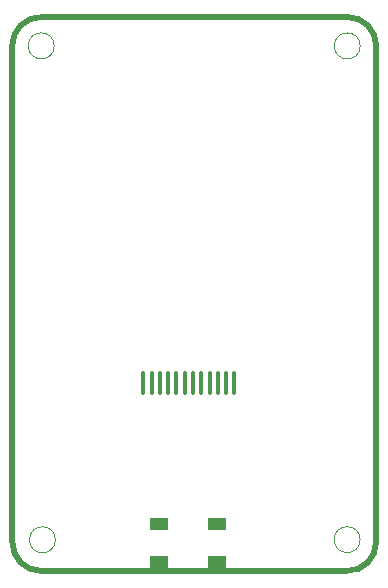
<source format=gbr>
%TF.GenerationSoftware,KiCad,Pcbnew,(6.0.0-rc1-323-gb9e66d8b98)*%
%TF.CreationDate,2021-12-20T00:28:19+08:00*%
%TF.ProjectId,XSense,5853656e-7365-42e6-9b69-6361645f7063,rev?*%
%TF.SameCoordinates,PXb340ac0PY76b1be0*%
%TF.FileFunction,Paste,Bot*%
%TF.FilePolarity,Positive*%
%FSLAX46Y46*%
G04 Gerber Fmt 4.6, Leading zero omitted, Abs format (unit mm)*
G04 Created by KiCad (PCBNEW (6.0.0-rc1-323-gb9e66d8b98)) date 2021-12-20 00:28:19*
%MOMM*%
%LPD*%
G01*
G04 APERTURE LIST*
G04 Aperture macros list*
%AMRoundRect*
0 Rectangle with rounded corners*
0 $1 Rounding radius*
0 $2 $3 $4 $5 $6 $7 $8 $9 X,Y pos of 4 corners*
0 Add a 4 corners polygon primitive as box body*
4,1,4,$2,$3,$4,$5,$6,$7,$8,$9,$2,$3,0*
0 Add four circle primitives for the rounded corners*
1,1,$1+$1,$2,$3*
1,1,$1+$1,$4,$5*
1,1,$1+$1,$6,$7*
1,1,$1+$1,$8,$9*
0 Add four rect primitives between the rounded corners*
20,1,$1+$1,$2,$3,$4,$5,0*
20,1,$1+$1,$4,$5,$6,$7,0*
20,1,$1+$1,$6,$7,$8,$9,0*
20,1,$1+$1,$8,$9,$2,$3,0*%
G04 Aperture macros list end*
%TA.AperFunction,Profile*%
%ADD10C,0.500000*%
%TD*%
%TA.AperFunction,Profile*%
%ADD11C,0.100000*%
%TD*%
%ADD12R,1.500000X1.000000*%
%ADD13RoundRect,0.050000X-0.125000X-0.950000X0.125000X-0.950000X0.125000X0.950000X-0.125000X0.950000X0*%
G04 APERTURE END LIST*
D10*
X582946Y2477666D02*
G75*
G03*
X3040002Y4722I2457054J-15839D01*
G01*
X3054640Y46925855D02*
X28951133Y46920051D01*
X31408189Y44447107D02*
X31397105Y2460002D01*
D11*
X4236974Y2650000D02*
G75*
G03*
X4236974Y2650000I-1100000J0D01*
G01*
D10*
X28924161Y2946D02*
G75*
G03*
X31397105Y2460002I15839J2457054D01*
G01*
X3054640Y46925855D02*
G75*
G03*
X581696Y44468799I-15842J-2457051D01*
G01*
D11*
X30051135Y44462946D02*
G75*
G03*
X30051135Y44462946I-1100000J0D01*
G01*
X30040000Y2662946D02*
G75*
G03*
X30040000Y2662946I-1100000J0D01*
G01*
X4138798Y44468804D02*
G75*
G03*
X4138798Y44468804I-1100000J0D01*
G01*
D10*
X582946Y2490000D02*
X581696Y44468799D01*
X31408189Y44447107D02*
G75*
G03*
X28951133Y46920051I-2457054J15839D01*
G01*
X28924161Y2946D02*
X3030000Y4722D01*
D12*
%TO.C,D7*%
X17940000Y3960000D03*
X17940000Y760000D03*
X13040000Y760000D03*
X13040000Y3960000D03*
%TD*%
D13*
%TO.C,U7*%
X11690000Y15920000D03*
X12390000Y15920000D03*
X13090000Y15920000D03*
X13790000Y15920000D03*
X14490000Y15920000D03*
X15190000Y15920000D03*
X15890000Y15920000D03*
X16590000Y15920000D03*
X17290000Y15920000D03*
X17990000Y15920000D03*
X18690000Y15920000D03*
X19390000Y15920000D03*
%TD*%
M02*

</source>
